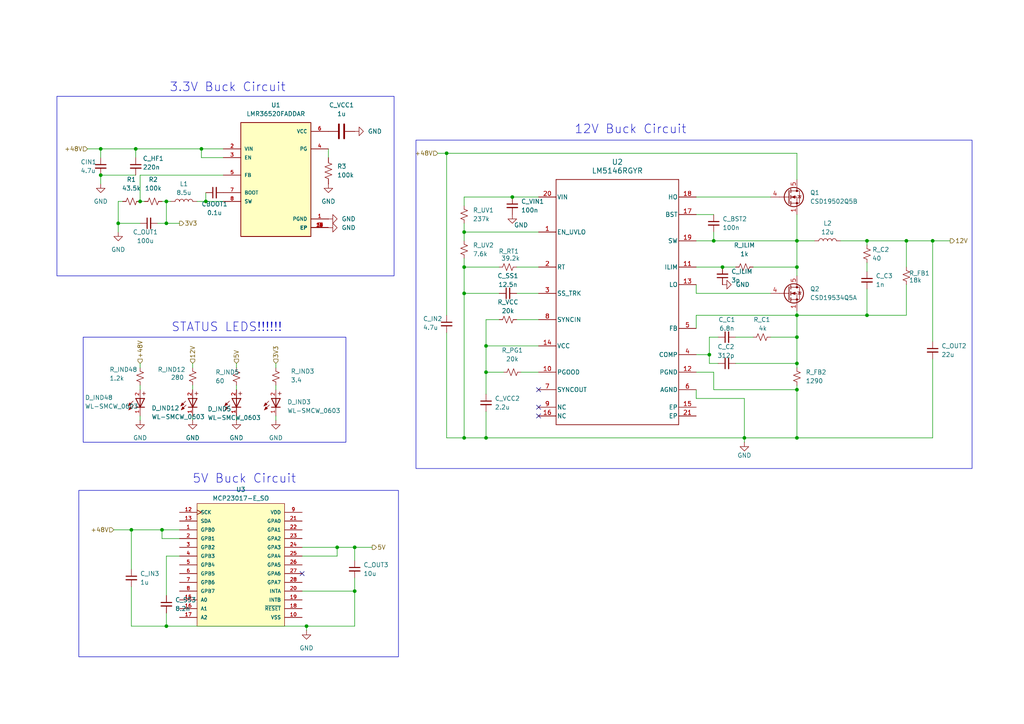
<source format=kicad_sch>
(kicad_sch (version 20231120) (generator "eeschema") (generator_version "8.0")
  (paper "A4")
  (lib_symbols
    (symbol "Device:C" (pin_numbers hide) (pin_names (offset 0.254))
      (property "Reference" "C" (at 0.635 2.54 0))
      (property "Value" "C" (at 0.635 -2.54 0))
      (symbol "C_0_1"
        (polyline (pts (xy -2.032 -0.762) (xy 2.032 -0.762)) (stroke (width 0.508)))
        (polyline (pts (xy -2.032 0.762) (xy 2.032 0.762)) (stroke (width 0.508)))
      )
      (symbol "C_1_1"
        (pin passive line (at 0 3.81 270) (length 2.794) (name "~") (number "1"))
        (pin passive line (at 0 -3.81 90) (length 2.794) (name "~") (number "2"))
      )
    )
    (symbol "Device:C_Small" (pin_numbers hide) (pin_names (offset 0.254) hide)
      (property "Reference" "C" (at 0.254 1.778 0))
      (property "Value" "C_Small" (at 0.254 -2.032 0))
      (symbol "C_Small_0_1"
        (polyline (pts (xy -1.524 -0.508) (xy 1.524 -0.508)) (stroke (width 0.3302)))
        (polyline (pts (xy -1.524 0.508) (xy 1.524 0.508)) (stroke (width 0.3048)))
      )
      (symbol "C_Small_1_1"
        (pin passive line (at 0 2.54 270) (length 2.032) (name "~") (number "1"))
        (pin passive line (at 0 -2.54 90) (length 2.032) (name "~") (number "2"))
      )
    )
    (symbol "Device:L" (pin_numbers hide) (pin_names (offset 1.016) hide)
      (property "Reference" "L" (at -1.27 0 90))
      (property "Value" "L" (at 1.905 0 90))
      (symbol "L_0_1"
        (arc (start 0 -2.54) (mid 0.6323 -1.905) (end 0 -1.27))
        (arc (start 0 -1.27) (mid 0.6323 -0.635) (end 0 0))
        (arc (start 0 0) (mid 0.6323 0.635) (end 0 1.27))
        (arc (start 0 1.27) (mid 0.6323 1.905) (end 0 2.54))
      )
      (symbol "L_1_1"
        (pin passive line (at 0 3.81 270) (length 1.27) (name "1") (number "1"))
        (pin passive line (at 0 -3.81 90) (length 1.27) (name "2") (number "2"))
      )
    )
    (symbol "Device:R_Small_US" (pin_numbers hide) (pin_names (offset 0.254) hide)
      (property "Reference" "R" (at 0.762 0.508 0))
      (property "Value" "R_Small_US" (at 0.762 -1.016 0))
      (symbol "R_Small_US_1_1"
        (polyline (pts (xy 0 0) (xy 1.016 -0.381) (xy 0 -0.762) (xy -1.016 -1.143) (xy 0 -1.524)))
        (polyline (pts (xy 0 1.524) (xy 1.016 1.143) (xy 0 0.762) (xy -1.016 0.381) (xy 0 0)))
        (pin passive line (at 0 2.54 270) (length 1.016) (name "~") (number "1"))
        (pin passive line (at 0 -2.54 90) (length 1.016) (name "~") (number "2"))
      )
    )
    (symbol "Device:R_US" (pin_numbers hide) (pin_names (offset 0))
      (property "Reference" "R" (at 2.54 0 90))
      (property "Value" "R_US" (at -2.54 0 90))
      (symbol "R_US_0_1"
        (polyline (pts (xy 0 -2.286) (xy 0 -2.54)))
        (polyline (pts (xy 0 2.286) (xy 0 2.54)))
        (polyline (pts (xy 0 -0.762) (xy 1.016 -1.143) (xy 0 -1.524) (xy -1.016 -1.905) (xy 0 -2.286)))
        (polyline (pts (xy 0 0.762) (xy 1.016 0.381) (xy 0 0) (xy -1.016 -0.381) (xy 0 -0.762)))
        (polyline (pts (xy 0 2.286) (xy 1.016 1.905) (xy 0 1.524) (xy -1.016 1.143) (xy 0 0.762)))
      )
      (symbol "R_US_1_1"
        (pin passive line (at 0 3.81 270) (length 1.27) (name "~") (number "1"))
        (pin passive line (at 0 -3.81 90) (length 1.27) (name "~") (number "2"))
      )
    )
    (symbol "LMR36520FADDAR:LMR36520FADDAR" (pin_names (offset 1.016))
      (property "Reference" "U" (at -10.16 16.002 0))
      (property "Value" "LMR36520FADDAR" (at -10.16 -18.542 0))
      (symbol "LMR36520FADDAR_0_0"
        (rectangle (start -10.16 -17.78) (end 10.16 15.24) (stroke (width 0.254)) (fill (type background)))
        (pin power_in line (at 15.24 -12.7 180) (length 5.08) (name "PGND") (number "1"))
        (pin power_in line (at 15.24 -15.24 180) (length 5.08) (name "EP") (number "10"))
        (pin power_in line (at 15.24 -15.24 180) (length 5.08) (name "EP") (number "11"))
        (pin power_in line (at 15.24 -15.24 180) (length 5.08) (name "EP") (number "12"))
        (pin power_in line (at 15.24 -15.24 180) (length 5.08) (name "EP") (number "13"))
        (pin power_in line (at 15.24 -15.24 180) (length 5.08) (name "EP") (number "14"))
        (pin power_in line (at 15.24 -15.24 180) (length 5.08) (name "EP") (number "15"))
        (pin input line (at -15.24 7.62 0) (length 5.08) (name "VIN") (number "2"))
        (pin input line (at -15.24 5.08 0) (length 5.08) (name "EN") (number "3"))
        (pin output line (at 15.24 7.62 180) (length 5.08) (name "PG") (number "4"))
        (pin input line (at -15.24 0 0) (length 5.08) (name "FB") (number "5"))
        (pin power_in line (at 15.24 12.7 180) (length 5.08) (name "VCC") (number "6"))
        (pin passive line (at -15.24 -5.08 0) (length 5.08) (name "BOOT") (number "7"))
        (pin passive line (at -15.24 -7.62 0) (length 5.08) (name "SW") (number "8"))
        (pin power_in line (at 15.24 -15.24 180) (length 5.08) (name "EP") (number "9"))
      )
    )
    (symbol "RGY0020B-MFG:LM5146RGYR" (pin_names (offset 0.254))
      (property "Reference" "U" (at 0 2.54 0))
      (property "Value" "LM5146RGYR" (at 0 0 0))
      (symbol "LM5146RGYR_0_1"
        (polyline (pts (xy 5.08 -66.04) (xy 40.64 -66.04)) (stroke (width 0.2032)))
        (polyline (pts (xy 5.08 5.08) (xy 5.08 -66.04)) (stroke (width 0.2032)))
        (polyline (pts (xy 40.64 -66.04) (xy 40.64 5.08)) (stroke (width 0.2032)))
        (polyline (pts (xy 40.64 5.08) (xy 5.08 5.08)) (stroke (width 0.2032)))
        (pin input line (at 0 -10.16 0) (length 5.08) (name "EN_UVLO") (number "1"))
        (pin open_collector line (at 0 -50.8 0) (length 5.08) (name "PGOOD") (number "10"))
        (pin unspecified line (at 45.72 -20.32 180) (length 5.08) (name "ILIM") (number "11"))
        (pin power_in line (at 45.72 -50.8 180) (length 5.08) (name "PGND") (number "12"))
        (pin unspecified line (at 45.72 -25.4 180) (length 5.08) (name "LO") (number "13"))
        (pin unspecified line (at 0 -43.18 0) (length 5.08) (name "VCC") (number "14"))
        (pin power_in line (at 45.72 -60.96 180) (length 5.08) (name "EP") (number "15"))
        (pin unspecified line (at 0 -63.5 0) (length 5.08) (name "NC") (number "16"))
        (pin unspecified line (at 45.72 -5.08 180) (length 5.08) (name "BST") (number "17"))
        (pin unspecified line (at 45.72 0 180) (length 5.08) (name "HO") (number "18"))
        (pin unspecified line (at 45.72 -12.7 180) (length 5.08) (name "SW") (number "19"))
        (pin unspecified line (at 0 -20.32 0) (length 5.08) (name "RT") (number "2"))
        (pin power_in line (at 0 0 0) (length 5.08) (name "VIN") (number "20"))
        (pin power_in line (at 45.72 -63.5 180) (length 5.08) (name "EP") (number "21"))
        (pin unspecified line (at 0 -27.94 0) (length 5.08) (name "SS_TRK") (number "3"))
        (pin unspecified line (at 45.72 -45.72 180) (length 5.08) (name "COMP") (number "4"))
        (pin unspecified line (at 45.72 -38.1 180) (length 5.08) (name "FB") (number "5"))
        (pin power_in line (at 45.72 -55.88 180) (length 5.08) (name "AGND") (number "6"))
        (pin output line (at 0 -55.88 0) (length 5.08) (name "SYNCOUT") (number "7"))
        (pin input line (at 0 -35.56 0) (length 5.08) (name "SYNCIN") (number "8"))
        (pin input line (at 0 -60.96 0) (length 5.08) (name "NC") (number "9"))
      )
    )
    (symbol "TPSM265R1V5SILR:TPSM265R1V5SILR" (pin_names (offset 1.016))
      (property "Reference" "U3" (at 0 19.304 0))
      (property "Value" "MCP23017-E_SO" (at 0 16.764 0))
      (symbol "TPSM265R1V5SILR_0_0"
        (rectangle (start -12.7 15.24) (end 12.7 -20.32) (stroke (width 0.1524)) (fill (type background)))
        (pin bidirectional line (at -17.78 7.62 0) (length 5.08) (name "GPB0") (number "1"))
        (pin power_in line (at 17.78 -17.78 180) (length 5.08) (name "VSS") (number "10"))
        (pin input clock (at -17.78 12.7 0) (length 5.08) (name "SCK") (number "12"))
        (pin bidirectional line (at -17.78 10.16 0) (length 5.08) (name "SDA") (number "13"))
        (pin input line (at -17.78 -12.7 0) (length 5.08) (name "A0") (number "15"))
        (pin input line (at -17.78 -15.24 0) (length 5.08) (name "A1") (number "16"))
        (pin input line (at -17.78 -17.78 0) (length 5.08) (name "A2") (number "17"))
        (pin output line (at 17.78 -15.24 180) (length 5.08) (name "~{RESET}") (number "18"))
        (pin output line (at 17.78 -12.7 180) (length 5.08) (name "INTB") (number "19"))
        (pin bidirectional line (at -17.78 5.08 0) (length 5.08) (name "GPB1") (number "2"))
        (pin output line (at 17.78 -10.16 180) (length 5.08) (name "INTA") (number "20"))
        (pin bidirectional line (at 17.78 10.16 180) (length 5.08) (name "GPA0") (number "21"))
        (pin bidirectional line (at 17.78 7.62 180) (length 5.08) (name "GPA1") (number "22"))
        (pin bidirectional line (at 17.78 5.08 180) (length 5.08) (name "GPA2") (number "23"))
        (pin bidirectional line (at 17.78 2.54 180) (length 5.08) (name "GPA3") (number "24"))
        (pin bidirectional line (at 17.78 0 180) (length 5.08) (name "GPA4") (number "25"))
        (pin bidirectional line (at 17.78 -2.54 180) (length 5.08) (name "GPA5") (number "26"))
        (pin bidirectional line (at 17.78 -5.08 180) (length 5.08) (name "GPA6") (number "27"))
        (pin bidirectional line (at 17.78 -7.62 180) (length 5.08) (name "GPA7") (number "28"))
        (pin bidirectional line (at -17.78 2.54 0) (length 5.08) (name "GPB2") (number "3"))
        (pin bidirectional line (at -17.78 0 0) (length 5.08) (name "GPB3") (number "4"))
        (pin bidirectional line (at -17.78 -2.54 0) (length 5.08) (name "GPB4") (number "5"))
        (pin bidirectional line (at -17.78 -5.08 0) (length 5.08) (name "GPB5") (number "6"))
        (pin bidirectional line (at -17.78 -7.62 0) (length 5.08) (name "GPB6") (number "7"))
        (pin bidirectional line (at -17.78 -10.16 0) (length 5.08) (name "GPB7") (number "8"))
        (pin power_in line (at 17.78 12.7 180) (length 5.08) (name "VDD") (number "9"))
      )
    )
    (symbol "Transistor_FET:CSD19502Q5B" (pin_names hide)
      (property "Reference" "Q" (at 5.08 1.905 0))
      (property "Value" "CSD19502Q5B" (at 5.08 0 0))
      (symbol "CSD19502Q5B_0_1"
        (polyline (pts (xy 0.254 0) (xy -2.54 0)))
        (polyline (pts (xy 0.254 1.905) (xy 0.254 -1.905)) (stroke (width 0.254)))
        (polyline (pts (xy 0.762 -1.27) (xy 0.762 -2.286)) (stroke (width 0.254)))
        (polyline (pts (xy 0.762 0.508) (xy 0.762 -0.508)) (stroke (width 0.254)))
        (polyline (pts (xy 0.762 2.286) (xy 0.762 1.27)) (stroke (width 0.254)))
        (polyline (pts (xy 2.54 2.54) (xy 2.54 1.778)))
        (polyline (pts (xy 2.54 -2.54) (xy 2.54 0) (xy 0.762 0)))
        (polyline (pts (xy 0.762 -1.778) (xy 3.302 -1.778) (xy 3.302 1.778) (xy 0.762 1.778)))
        (polyline (pts (xy 1.016 0) (xy 2.032 0.381) (xy 2.032 -0.381) (xy 1.016 0)) (fill (type outline)))
        (polyline (pts (xy 2.794 0.508) (xy 2.921 0.381) (xy 3.683 0.381) (xy 3.81 0.254)))
        (polyline (pts (xy 3.302 0.381) (xy 2.921 -0.254) (xy 3.683 -0.254) (xy 3.302 0.381)))
        (circle (center 1.651 0) (radius 2.794) (stroke (width 0.254)))
        (circle (center 2.54 -1.778) (radius 0.254) (fill (type outline)))
        (circle (center 2.54 1.778) (radius 0.254) (fill (type outline)))
      )
      (symbol "CSD19502Q5B_1_1"
        (pin passive line (at 2.54 -5.08 90) (length 2.54) (name "S") (number "1"))
        (pin passive line (at 2.54 -5.08 90) (length 2.54) hide (name "S") (number "2"))
        (pin passive line (at 2.54 -5.08 90) (length 2.54) hide (name "S") (number "3"))
        (pin passive line (at -5.08 0 0) (length 2.54) (name "G") (number "4"))
        (pin passive line (at 2.54 5.08 270) (length 2.54) (name "D") (number "5"))
      )
    )
    (symbol "Transistor_FET:CSD19534Q5A" (pin_names hide)
      (property "Reference" "Q" (at 5.08 1.905 0))
      (property "Value" "CSD19534Q5A" (at 5.08 0 0))
      (symbol "CSD19534Q5A_0_1"
        (polyline (pts (xy 0.254 0) (xy -2.54 0)))
        (polyline (pts (xy 0.254 1.905) (xy 0.254 -1.905)) (stroke (width 0.254)))
        (polyline (pts (xy 0.762 -1.27) (xy 0.762 -2.286)) (stroke (width 0.254)))
        (polyline (pts (xy 0.762 0.508) (xy 0.762 -0.508)) (stroke (width 0.254)))
        (polyline (pts (xy 0.762 2.286) (xy 0.762 1.27)) (stroke (width 0.254)))
        (polyline (pts (xy 2.54 2.54) (xy 2.54 1.778)))
        (polyline (pts (xy 2.54 -2.54) (xy 2.54 0) (xy 0.762 0)))
        (polyline (pts (xy 0.762 -1.778) (xy 3.302 -1.778) (xy 3.302 1.778) (xy 0.762 1.778)))
        (polyline (pts (xy 1.016 0) (xy 2.032 0.381) (xy 2.032 -0.381) (xy 1.016 0)) (fill (type outline)))
        (polyline (pts (xy 2.794 0.508) (xy 2.921 0.381) (xy 3.683 0.381) (xy 3.81 0.254)))
        (polyline (pts (xy 3.302 0.381) (xy 2.921 -0.254) (xy 3.683 -0.254) (xy 3.302 0.381)))
        (circle (center 1.651 0) (radius 2.794) (stroke (width 0.254)))
        (circle (center 2.54 -1.778) (radius 0.254) (fill (type outline)))
        (circle (center 2.54 1.778) (radius 0.254) (fill (type outline)))
      )
      (symbol "CSD19534Q5A_1_1"
        (pin passive line (at 2.54 -5.08 90) (length 2.54) (name "S") (number "1"))
        (pin passive line (at 2.54 -5.08 90) (length 2.54) hide (name "S") (number "2"))
        (pin passive line (at 2.54 -5.08 90) (length 2.54) hide (name "S") (number "3"))
        (pin passive line (at -5.08 0 0) (length 2.54) (name "G") (number "4"))
        (pin passive line (at 2.54 5.08 270) (length 2.54) (name "D") (number "5"))
      )
    )
    (symbol "WL-SMCW_0603:WL-SMCW_0603" (pin_names (offset 1.016))
      (property "Reference" "D" (at -1.988 3.972 0))
      (property "Value" "WL-SMCW_0603" (at -2.628 -3.928 0))
      (symbol "WL-SMCW_0603_0_0"
        (polyline (pts (xy 0 -1.27) (xy 0 0)) (stroke (width 0.254)))
        (polyline (pts (xy 0 0) (xy 0 1.27)) (stroke (width 0.254)))
        (polyline (pts (xy 0 0) (xy 2.54 0)) (stroke (width 0.254)))
        (polyline (pts (xy 0 0) (xy 2.54 1.27)) (stroke (width 0.254)))
        (polyline (pts (xy 0.635 1.905) (xy -0.762 3.302)) (stroke (width 0.1524)))
        (polyline (pts (xy 1.778 2.032) (xy 0.381 3.429)) (stroke (width 0.1524)))
        (polyline (pts (xy 2.54 -1.27) (xy 0 0)) (stroke (width 0.254)))
        (polyline (pts (xy 2.54 -1.27) (xy 2.54 0)) (stroke (width 0.254)))
        (polyline (pts (xy 2.54 0) (xy 2.54 1.27)) (stroke (width 0.254)))
        (polyline (pts (xy -0.762 3.302) (xy 0.127 2.921) (xy -0.381 2.413) (xy -0.762 3.302)) (stroke (width 0.1524)) (fill (type outline)))
        (polyline (pts (xy 0.381 3.429) (xy 1.27 3.048) (xy 0.762 2.54) (xy 0.381 3.429)) (stroke (width 0.1524)) (fill (type outline)))
        (text "+" (at 3.08 -1.74 0) (effects (font (size 1.27 1.27)) (justify left bottom)))
        (pin passive line (at -2.54 0 0) (length 2.54) (name "~") (number "1"))
        (pin passive line (at 5.08 0 180) (length 2.54) (name "~") (number "2"))
      )
    )
    (symbol "power:GND" (power) (pin_numbers hide) (pin_names (offset 0) hide)
      (property "Value" "GND" (at 0 -3.81 0))
      (symbol "GND_0_1"
        (polyline (pts (xy 0 0) (xy 0 -1.27) (xy 1.27 -1.27) (xy 0 -2.54) (xy -1.27 -1.27) (xy 0 -1.27)))
      )
      (symbol "GND_1_1"
        (pin power_in line (at 0 0 270) (length 0) (name "~") (number "1"))
      )
    )
  )
  (junction (at 209.55 77.47))
  (junction (at 262.89 69.85))
  (junction (at 48.26 58.42))
  (junction (at 251.46 91.44))
  (junction (at 207.01 69.85))
  (junction (at 46.99 153.67))
  (junction (at 231.14 113.03))
  (junction (at 231.14 77.47))
  (junction (at 102.87 171.45))
  (junction (at 140.97 100.33))
  (junction (at 97.79 158.75))
  (junction (at 40.64 58.42))
  (junction (at 29.21 50.8))
  (junction (at 140.97 127))
  (junction (at 59.69 58.42))
  (junction (at 148.59 57.15))
  (junction (at 34.29 64.77))
  (junction (at 88.9 181.61))
  (junction (at 129.54 44.45))
  (junction (at 134.62 85.09))
  (junction (at 231.14 127))
  (junction (at 270.51 69.85))
  (junction (at 231.14 97.79))
  (junction (at 48.26 64.77))
  (junction (at 29.21 43.18))
  (junction (at 205.74 102.87))
  (junction (at 48.26 181.61))
  (junction (at 102.87 158.75))
  (junction (at 251.46 69.85))
  (junction (at 215.9 127))
  (junction (at 134.62 67.31))
  (junction (at 58.42 43.18))
  (junction (at 39.37 43.18))
  (junction (at 38.1 153.67))
  (junction (at 140.97 107.95))
  (junction (at 231.14 105.41))
  (junction (at 134.62 127))
  (junction (at 231.14 69.85))
  (junction (at 231.14 91.44))
  (junction (at 134.62 77.47))
  (no_connect (at 156.21 113.03))
  (no_connect (at 87.63 166.37))
  (no_connect (at 156.21 120.65))
  (no_connect (at 156.21 118.11))
  (wire (pts (xy 40.64 120.65) (xy 40.64 121.92)))
  (wire (pts (xy 134.62 67.31) (xy 134.62 69.85)))
  (wire (pts (xy 231.14 97.79) (xy 231.14 105.41)))
  (wire (pts (xy 134.62 74.93) (xy 134.62 77.47)))
  (wire (pts (xy 231.14 91.44) (xy 251.46 91.44)))
  (wire (pts (xy 140.97 100.33) (xy 156.21 100.33)))
  (wire (pts (xy 48.26 58.42) (xy 46.99 58.42)))
  (wire (pts (xy 58.42 45.72) (xy 64.77 45.72)))
  (wire (pts (xy 201.93 102.87) (xy 205.74 102.87)))
  (wire (pts (xy 45.72 64.77) (xy 48.26 64.77)))
  (wire (pts (xy 38.1 181.61) (xy 48.26 181.61)))
  (wire (pts (xy 134.62 57.15) (xy 134.62 59.69)))
  (wire (pts (xy 102.87 171.45) (xy 102.87 181.61)))
  (wire (pts (xy 201.93 115.57) (xy 201.93 113.03)))
  (wire (pts (xy 231.14 62.23) (xy 231.14 69.85)))
  (wire (pts (xy 213.36 97.79) (xy 218.44 97.79)))
  (wire (pts (xy 102.87 167.64) (xy 102.87 171.45)))
  (wire (pts (xy 68.58 111.76) (xy 68.58 113.03)))
  (wire (pts (xy 52.07 156.21) (xy 46.99 156.21)))
  (wire (pts (xy 97.79 161.29) (xy 97.79 158.75)))
  (wire (pts (xy 129.54 96.52) (xy 129.54 127)))
  (wire (pts (xy 41.91 58.42) (xy 40.64 58.42)))
  (wire (pts (xy 97.79 158.75) (xy 102.87 158.75)))
  (wire (pts (xy 80.01 120.65) (xy 80.01 121.92)))
  (wire (pts (xy 270.51 127) (xy 270.51 104.14)))
  (wire (pts (xy 129.54 44.45) (xy 231.14 44.45)))
  (wire (pts (xy 262.89 77.47) (xy 262.89 69.85)))
  (wire (pts (xy 134.62 85.09) (xy 134.62 127)))
  (wire (pts (xy 34.29 58.42) (xy 35.56 58.42)))
  (wire (pts (xy 262.89 91.44) (xy 262.89 82.55)))
  (wire (pts (xy 80.01 105.41) (xy 80.01 106.68)))
  (wire (pts (xy 201.93 62.23) (xy 207.01 62.23)))
  (wire (pts (xy 46.99 156.21) (xy 46.99 153.67)))
  (wire (pts (xy 201.93 85.09) (xy 201.93 82.55)))
  (wire (pts (xy 48.26 177.8) (xy 48.26 181.61)))
  (wire (pts (xy 29.21 45.72) (xy 29.21 43.18)))
  (wire (pts (xy 48.26 181.61) (xy 88.9 181.61)))
  (wire (pts (xy 270.51 69.85) (xy 275.59 69.85)))
  (wire (pts (xy 144.78 92.71) (xy 140.97 92.71)))
  (wire (pts (xy 251.46 83.82) (xy 251.46 91.44)))
  (wire (pts (xy 213.36 105.41) (xy 231.14 105.41)))
  (wire (pts (xy 87.63 171.45) (xy 102.87 171.45)))
  (wire (pts (xy 201.93 115.57) (xy 215.9 115.57)))
  (wire (pts (xy 52.07 64.77) (xy 48.26 64.77)))
  (wire (pts (xy 223.52 97.79) (xy 231.14 97.79)))
  (wire (pts (xy 146.05 107.95) (xy 140.97 107.95)))
  (wire (pts (xy 218.44 77.47) (xy 231.14 77.47)))
  (wire (pts (xy 48.26 161.29) (xy 48.26 172.72)))
  (wire (pts (xy 55.88 111.76) (xy 55.88 113.03)))
  (wire (pts (xy 270.51 69.85) (xy 270.51 99.06)))
  (wire (pts (xy 55.88 120.65) (xy 55.88 121.92)))
  (wire (pts (xy 88.9 181.61) (xy 102.87 181.61)))
  (wire (pts (xy 215.9 127) (xy 215.9 128.27)))
  (wire (pts (xy 140.97 92.71) (xy 140.97 100.33)))
  (wire (pts (xy 55.88 105.41) (xy 55.88 106.68)))
  (wire (pts (xy 134.62 67.31) (xy 156.21 67.31)))
  (wire (pts (xy 29.21 50.8) (xy 29.21 53.34)))
  (wire (pts (xy 34.29 67.31) (xy 34.29 64.77)))
  (wire (pts (xy 208.28 97.79) (xy 205.74 97.79)))
  (wire (pts (xy 207.01 113.03) (xy 231.14 113.03)))
  (wire (pts (xy 236.22 69.85) (xy 231.14 69.85)))
  (wire (pts (xy 231.14 127) (xy 270.51 127)))
  (wire (pts (xy 52.07 161.29) (xy 48.26 161.29)))
  (wire (pts (xy 148.59 57.15) (xy 156.21 57.15)))
  (wire (pts (xy 215.9 115.57) (xy 215.9 127)))
  (wire (pts (xy 34.29 64.77) (xy 34.29 58.42)))
  (wire (pts (xy 58.42 43.18) (xy 64.77 43.18)))
  (wire (pts (xy 201.93 91.44) (xy 231.14 91.44)))
  (wire (pts (xy 207.01 67.31) (xy 207.01 69.85)))
  (wire (pts (xy 209.55 77.47) (xy 213.36 77.47)))
  (wire (pts (xy 251.46 69.85) (xy 262.89 69.85)))
  (wire (pts (xy 80.01 111.76) (xy 80.01 113.03)))
  (wire (pts (xy 231.14 44.45) (xy 231.14 52.07)))
  (wire (pts (xy 59.69 58.42) (xy 59.69 55.88)))
  (wire (pts (xy 231.14 113.03) (xy 231.14 127)))
  (wire (pts (xy 25.4 43.18) (xy 29.21 43.18)))
  (wire (pts (xy 207.01 69.85) (xy 231.14 69.85)))
  (wire (pts (xy 201.93 85.09) (xy 223.52 85.09)))
  (wire (pts (xy 29.21 50.8) (xy 39.37 50.8)))
  (wire (pts (xy 231.14 69.85) (xy 231.14 77.47)))
  (wire (pts (xy 46.99 153.67) (xy 52.07 153.67)))
  (wire (pts (xy 205.74 97.79) (xy 205.74 102.87)))
  (wire (pts (xy 134.62 77.47) (xy 134.62 85.09)))
  (wire (pts (xy 59.69 58.42) (xy 64.77 58.42)))
  (wire (pts (xy 140.97 119.38) (xy 140.97 127)))
  (wire (pts (xy 87.63 158.75) (xy 97.79 158.75)))
  (wire (pts (xy 231.14 105.41) (xy 231.14 106.68)))
  (wire (pts (xy 39.37 43.18) (xy 58.42 43.18)))
  (wire (pts (xy 129.54 127) (xy 134.62 127)))
  (wire (pts (xy 49.53 58.42) (xy 48.26 58.42)))
  (wire (pts (xy 40.64 105.41) (xy 40.64 106.68)))
  (wire (pts (xy 149.86 92.71) (xy 156.21 92.71)))
  (wire (pts (xy 201.93 69.85) (xy 207.01 69.85)))
  (wire (pts (xy 127 44.45) (xy 129.54 44.45)))
  (wire (pts (xy 251.46 69.85) (xy 251.46 71.12)))
  (wire (pts (xy 40.64 58.42) (xy 40.64 50.8)))
  (wire (pts (xy 231.14 91.44) (xy 231.14 97.79)))
  (wire (pts (xy 205.74 102.87) (xy 205.74 105.41)))
  (wire (pts (xy 151.13 107.95) (xy 156.21 107.95)))
  (wire (pts (xy 140.97 127) (xy 215.9 127)))
  (wire (pts (xy 87.63 161.29) (xy 97.79 161.29)))
  (wire (pts (xy 207.01 113.03) (xy 207.01 107.95)))
  (wire (pts (xy 134.62 85.09) (xy 144.78 85.09)))
  (wire (pts (xy 57.15 58.42) (xy 59.69 58.42)))
  (wire (pts (xy 140.97 107.95) (xy 140.97 114.3)))
  (wire (pts (xy 231.14 111.76) (xy 231.14 113.03)))
  (wire (pts (xy 58.42 43.18) (xy 58.42 45.72)))
  (wire (pts (xy 205.74 105.41) (xy 208.28 105.41)))
  (wire (pts (xy 243.84 69.85) (xy 251.46 69.85)))
  (wire (pts (xy 201.93 91.44) (xy 201.93 95.25)))
  (wire (pts (xy 40.64 50.8) (xy 64.77 50.8)))
  (wire (pts (xy 231.14 127) (xy 215.9 127)))
  (wire (pts (xy 34.29 64.77) (xy 40.64 64.77)))
  (wire (pts (xy 140.97 107.95) (xy 140.97 100.33)))
  (wire (pts (xy 68.58 120.65) (xy 68.58 121.92)))
  (wire (pts (xy 38.1 153.67) (xy 46.99 153.67)))
  (wire (pts (xy 134.62 64.77) (xy 134.62 67.31)))
  (wire (pts (xy 129.54 44.45) (xy 129.54 91.44)))
  (wire (pts (xy 201.93 57.15) (xy 223.52 57.15)))
  (wire (pts (xy 134.62 77.47) (xy 144.78 77.47)))
  (wire (pts (xy 38.1 165.1) (xy 38.1 153.67)))
  (wire (pts (xy 201.93 77.47) (xy 209.55 77.47)))
  (wire (pts (xy 231.14 80.01) (xy 231.14 77.47)))
  (wire (pts (xy 88.9 181.61) (xy 88.9 182.88)))
  (wire (pts (xy 262.89 69.85) (xy 270.51 69.85)))
  (wire (pts (xy 134.62 57.15) (xy 148.59 57.15)))
  (wire (pts (xy 33.02 153.67) (xy 38.1 153.67)))
  (wire (pts (xy 134.62 127) (xy 140.97 127)))
  (wire (pts (xy 39.37 45.72) (xy 39.37 43.18)))
  (wire (pts (xy 68.58 105.41) (xy 68.58 106.68)))
  (wire (pts (xy 95.25 43.18) (xy 95.25 45.72)))
  (wire (pts (xy 40.64 111.76) (xy 40.64 113.03)))
  (wire (pts (xy 102.87 158.75) (xy 102.87 162.56)))
  (wire (pts (xy 48.26 58.42) (xy 48.26 64.77)))
  (wire (pts (xy 149.86 77.47) (xy 156.21 77.47)))
  (wire (pts (xy 251.46 76.2) (xy 251.46 78.74)))
  (wire (pts (xy 102.87 158.75) (xy 107.95 158.75)))
  (wire (pts (xy 251.46 91.44) (xy 262.89 91.44)))
  (wire (pts (xy 231.14 90.17) (xy 231.14 91.44)))
  (wire (pts (xy 149.86 85.09) (xy 156.21 85.09)))
  (wire (pts (xy 29.21 43.18) (xy 39.37 43.18)))
  (wire (pts (xy 207.01 107.95) (xy 201.93 107.95)))
  (wire (pts (xy 38.1 181.61) (xy 38.1 170.18)))
  (rectangle (start 22.86 142.24) (end 115.57 190.5))
  (rectangle (start 120.65 40.64) (end 281.94 135.89))
  (rectangle (start 24.13 97.79) (end 100.33 128.27))
  (rectangle (start 16.51 27.94) (end 114.3 80.01))
  (text "12V Buck Circuit" (at 182.88 37.592 0) (effects (font (size 2.54 2.54))))
  (text "STATUS LEDS!!!!!!" (at 65.786 94.996 0) (effects (font (size 2.54 2.54))))
  (text "3.3V Buck Circuit" (exclude_from_sim yes) (at 66.04 25.4 0) (effects (font (size 2.54 2.54))))
  (text "5V Buck Circuit" (at 70.866 138.938 0) (effects (font (size 2.54 2.54))))
  (hierarchical_label "12V" (shape input) (at 55.88 105.41 90))
  (hierarchical_label "+48V" (shape input) (at 127 44.45 180) (property "Value" "48" (effects (hide yes))))
  (hierarchical_label "+48V" (shape input) (at 40.64 105.41 90) (property "48V" "48" (effects (hide yes))))
  (hierarchical_label "+48V" (shape input) (at 25.4 43.18 180) (property "48V" "48" (effects (hide yes))))
  (hierarchical_label "12V" (shape output) (at 275.59 69.85 0))
  (hierarchical_label "3V3" (shape input) (at 80.01 105.41 90))
  (hierarchical_label "5V" (shape input) (at 68.58 105.41 90))
  (hierarchical_label "+48V" (shape input) (at 33.02 153.67 180) (property "48V" "48" (effects (hide yes))))
  (hierarchical_label "3V3" (shape output) (at 52.07 64.77 0))
  (hierarchical_label "5V" (shape output) (at 107.95 158.75 0))
  (symbol (lib_id "WL-SMCW_0603:WL-SMCW_0603") (at 55.88 118.11 90) (unit 1)
    (property "Reference" "D_IND12" (at 43.942 118.364 90) (effects (justify right)))
    (property "Value" "WL-SMCW_0603" (at 43.942 120.904 90) (effects (justify right)))
    (property "Footprint" "WL-SMCW_0603:WL-SMCW_0603" (effects (hide yes)))
  )
  (symbol (lib_id "Transistor_FET:CSD19502Q5B") (at 228.6 57.15 0) (unit 1)
    (property "Reference" "Q1" (at 234.95 55.8799 0) (effects (justify left)))
    (property "Value" "CSD19502Q5B" (at 234.95 58.4199 0) (effects (justify left)))
    (property "Footprint" "Package_TO_SOT_SMD:TDSON-8-1" (effects (hide yes)))
    (property "Datasheet" "http://www.ti.com/lit/gpn/csd19502q5b" (effects (hide yes)))
    (property "Description" "100A Id, 80V Vds, NexFET N-Channel Power MOSFET, 4.1mOhm Ron, 48nC Qg(typ), SON8 5x6mm" (effects (hide yes)))
  )
  (symbol (lib_id "RGY0020B-MFG:LM5146RGYR") (at 156.21 57.15 0) (unit 1)
    (property "Reference" "U2" (at 179.07 46.99 0) (effects (font (size 1.524 1.524))))
    (property "Value" "LM5146RGYR" (at 179.07 49.53 0) (effects (font (size 1.524 1.524))))
    (property "Footprint" "RGY0020B-MFG" (effects (hide yes)))
    (property "Datasheet" "LM5146RGYR" (effects (hide yes)))
  )
  (symbol (lib_id "Device:C_Small") (at 251.46 81.28 0) (unit 1)
    (property "Reference" "C_C3" (at 254 80.0162 0) (effects (justify left)))
    (property "Value" "1n" (at 254 82.5562 0) (effects (justify left)))
    (property "Description" "Unpolarized capacitor, small symbol" (effects (hide yes)))
  )
  (symbol (lib_id "Device:R_Small_US") (at 147.32 77.47 90) (unit 1)
    (property "Reference" "R_RT1" (at 147.574 72.898 90))
    (property "Value" "39.2k" (at 148.082 74.93 90))
    (property "Description" "Resistor, small US symbol" (effects (hide yes)))
  )
  (symbol (lib_id "Transistor_FET:CSD19534Q5A") (at 228.6 85.09 0) (unit 1)
    (property "Reference" "Q2" (at 234.95 83.8199 0) (effects (justify left)))
    (property "Value" "CSD19534Q5A" (at 234.95 86.3599 0) (effects (justify left)))
    (property "Footprint" "Package_TO_SOT_SMD:TDSON-8-1" (effects (hide yes)))
    (property "Datasheet" "http://www.ti.com/lit/gpn/csd19534q5a" (effects (hide yes)))
    (property "Description" "50A Id, 100V Vds, NexFET N-Channel Power MOSFET, 15.1mOhm Ron, 17nC Qg(typ), SON8 5x6mm" (effects (hide yes)))
  )
  (symbol (lib_id "Device:R_Small_US") (at 231.14 109.22 0) (unit 1)
    (property "Reference" "R_FB2" (at 233.68 107.9499 0) (effects (justify left)))
    (property "Value" "1290" (at 233.68 110.4899 0) (effects (justify left)))
    (property "Description" "Resistor, small US symbol" (effects (hide yes)))
  )
  (symbol (lib_id "Device:R_Small_US") (at 262.89 80.01 0) (unit 1)
    (property "Reference" "R_FB1" (at 263.652 79.248 0) (effects (justify left)))
    (property "Value" "18k" (at 263.652 81.28 0) (effects (justify left)))
    (property "Description" "Resistor, small US symbol" (effects (hide yes)))
  )
  (symbol (lib_id "Device:C_Small") (at 39.37 48.26 0) (unit 1)
    (property "Reference" "C_HF1" (at 41.402 45.974 0) (effects (justify left)))
    (property "Value" "220n" (at 41.402 48.514 0) (effects (justify left)))
    (property "Description" "Unpolarized capacitor, small symbol" (effects (hide yes)))
  )
  (symbol (lib_id "Device:C_Small") (at 209.55 80.01 180) (unit 1)
    (property "Reference" "C_ILIM" (at 212.09 78.7335 0) (effects (justify right)))
    (property "Value" "3p" (at 212.09 81.2735 0) (effects (justify right)))
    (property "Description" "Unpolarized capacitor, small symbol" (effects (hide yes)))
  )
  (symbol (lib_id "Device:R_Small_US") (at 80.01 109.22 0) (unit 1)
    (property "Reference" "R_IND3" (at 84.328 107.696 0) (effects (justify left)))
    (property "Value" "3.4" (at 84.328 110.236 0) (effects (justify left)))
    (property "Description" "Resistor, small US symbol" (effects (hide yes)))
  )
  (symbol (lib_id "Device:C_Small") (at 210.82 97.79 90) (unit 1)
    (property "Reference" "C_C1" (at 210.82 92.71 90))
    (property "Value" "6.8n" (at 210.82 95.25 90))
    (property "Description" "Unpolarized capacitor, small symbol" (effects (hide yes)))
  )
  (symbol (lib_id "Device:R_Small_US") (at 251.46 73.66 0) (unit 1)
    (property "Reference" "R_C2" (at 252.984 72.39 0) (effects (justify left)))
    (property "Value" "40" (at 252.984 74.93 0) (effects (justify left)))
    (property "Description" "Resistor, small US symbol" (effects (hide yes)))
  )
  (symbol (lib_id "power:GND") (at 88.9 182.88 0) (unit 1)
    (property "Reference" "#PWR029" (effects (hide yes)))
    (property "Value" "GND" (at 88.9 187.96 0))
    (property "Description" "Power symbol creates a global label with name \"GND\" , ground" (effects (hide yes)))
  )
  (symbol (lib_id "Device:R_Small_US") (at 134.62 62.23 0) (unit 1)
    (property "Reference" "R_UV1" (at 137.16 60.9599 0) (effects (justify left)))
    (property "Value" "237k" (at 137.16 63.4999 0) (effects (justify left)))
    (property "Description" "Resistor, small US symbol" (effects (hide yes)))
  )
  (symbol (lib_id "Device:C_Small") (at 102.87 165.1 0) (unit 1)
    (property "Reference" "C_OUT3" (at 105.41 163.8362 0) (effects (justify left)))
    (property "Value" "10u" (at 105.41 166.3762 0) (effects (justify left)))
    (property "Description" "Unpolarized capacitor, small symbol" (effects (hide yes)))
  )
  (symbol (lib_id "Device:C_Small") (at 48.26 175.26 0) (unit 1)
    (property "Reference" "C_SS3" (at 50.8 173.9962 0) (effects (justify left)))
    (property "Value" "8.2n" (at 50.8 176.5362 0) (effects (justify left)))
    (property "Description" "Unpolarized capacitor, small symbol" (effects (hide yes)))
  )
  (symbol (lib_id "power:GND") (at 34.29 67.31 0) (unit 1)
    (property "Reference" "#PWR03" (effects (hide yes)))
    (property "Value" "GND" (at 34.29 72.39 0))
    (property "Description" "Power symbol creates a global label with name \"GND\" , ground" (effects (hide yes)))
  )
  (symbol (lib_id "Device:C") (at 99.06 38.1 90) (unit 1)
    (property "Reference" "C_VCC1" (at 99.06 30.48 90))
    (property "Value" "1u" (at 99.06 33.02 90))
    (property "Description" "Unpolarized capacitor" (effects (hide yes)))
  )
  (symbol (lib_id "WL-SMCW_0603:WL-SMCW_0603") (at 68.58 118.11 90) (unit 1)
    (property "Reference" "D_IND5" (at 60.198 118.618 90) (effects (justify right)))
    (property "Value" "WL-SMCW_0603" (at 60.198 121.158 90) (effects (justify right)))
    (property "Footprint" "WL-SMCW_0603:WL-SMCW_0603" (effects (hide yes)))
  )
  (symbol (lib_id "Device:R_Small_US") (at 148.59 107.95 90) (unit 1)
    (property "Reference" "R_PG1" (at 148.59 101.6 90))
    (property "Value" "20k" (at 148.59 104.14 90))
    (property "Description" "Resistor, small US symbol" (effects (hide yes)))
  )
  (symbol (lib_id "Device:C_Small") (at 129.54 93.98 0) (unit 1)
    (property "Reference" "C_IN2" (at 122.682 92.456 0) (effects (justify left)))
    (property "Value" "4.7u" (at 122.682 94.996 0) (effects (justify left)))
    (property "Description" "Unpolarized capacitor, small symbol" (effects (hide yes)))
  )
  (symbol (lib_id "power:GND") (at 29.21 53.34 0) (unit 1)
    (property "Reference" "#PWR02" (effects (hide yes)))
    (property "Value" "GND" (at 29.21 58.42 0))
    (property "Description" "Power symbol creates a global label with name \"GND\" , ground" (effects (hide yes)))
  )
  (symbol (lib_id "power:GND") (at 95.25 66.04 90) (unit 1)
    (property "Reference" "#PWR06" (effects (hide yes)))
    (property "Value" "GND" (at 99.06 66.0399 90) (effects (justify right)))
    (property "Description" "Power symbol creates a global label with name \"GND\" , ground" (effects (hide yes)))
  )
  (symbol (lib_id "Device:C_Small") (at 270.51 101.6 0) (unit 1)
    (property "Reference" "C_OUT2" (at 273.05 100.3362 0) (effects (justify left)))
    (property "Value" "22u" (at 273.05 102.8762 0) (effects (justify left)))
    (property "Description" "Unpolarized capacitor, small symbol" (effects (hide yes)))
  )
  (symbol (lib_id "Device:R_Small_US") (at 68.58 109.22 0) (unit 1)
    (property "Reference" "R_IND5" (at 62.484 107.95 0) (effects (justify left)))
    (property "Value" "60" (at 62.484 110.49 0) (effects (justify left)))
    (property "Description" "Resistor, small US symbol" (effects (hide yes)))
  )
  (symbol (lib_id "Device:C_Small") (at 140.97 116.84 0) (unit 1)
    (property "Reference" "C_VCC2" (at 143.51 115.5762 0) (effects (justify left)))
    (property "Value" "2.2u" (at 143.51 118.1162 0) (effects (justify left)))
    (property "Description" "Unpolarized capacitor, small symbol" (effects (hide yes)))
  )
  (symbol (lib_id "Device:R_Small_US") (at 220.98 97.79 90) (unit 1)
    (property "Reference" "R_C1" (at 220.98 92.71 90))
    (property "Value" "4k" (at 221.234 95.25 90))
    (property "Description" "Resistor, small US symbol" (effects (hide yes)))
  )
  (symbol (lib_id "power:GND") (at 80.01 121.92 0) (unit 1)
    (property "Reference" "#PWR038" (effects (hide yes)))
    (property "Value" "GND" (at 80.01 127 0))
    (property "Description" "Power symbol creates a global label with name \"GND\" , ground" (effects (hide yes)))
  )
  (symbol (lib_id "Device:R_US") (at 95.25 49.53 180) (unit 1)
    (property "Reference" "R3" (at 97.79 48.2599 0) (effects (justify right)))
    (property "Value" "100k" (at 97.79 50.7999 0) (effects (justify right)))
    (property "Description" "Resistor, US symbol" (effects (hide yes)))
  )
  (symbol (lib_id "LMR36520FADDAR:LMR36520FADDAR") (at 80.01 50.8 0) (unit 1)
    (property "Reference" "U1" (at 80.01 30.48 0))
    (property "Value" "LMR36520FADDAR" (at 80.01 33.02 0))
    (property "Footprint" "LMR36520FADDAR:IC_LMR36520FADDAR" (effects (hide yes)))
    (property "MF" "Texas Instruments" (effects (hide yes)))
    (property "MAXIMUM_PACKAGE_HEIGHT" "1.7mm" (effects (hide yes)))
    (property "Package" "HSOIC-8 Texas Instruments" (effects (hide yes)))
    (property "Price" "None" (effects (hide yes)))
    (property "Check_prices" "https://www.snapeda.com/parts/LMR36520FADDAR/Texas+Instruments/view-part/?ref=eda" (effects (hide yes)))
    (property "STANDARD" "Manufacturer Recommendations" (effects (hide yes)))
    (property "PARTREV" "B" (effects (hide yes)))
    (property "SnapEDA_Link" "https://www.snapeda.com/parts/LMR36520FADDAR/Texas+Instruments/view-part/?ref=snap" (effects (hide yes)))
    (property "MP" "LMR36520FADDAR" (effects (hide yes)))
    (property "Purchase-URL" "https://www.snapeda.com/api/url_track_click_mouser/?unipart_id=4800551&manufacturer=Texas Instruments&part_name=LMR36520FADDAR&search_term=lmr36520" (effects (hide yes)))
    (property "Description_1" "\nSIMPLE SWITCHER&reg; 4.2-V to 65-V, 2-A synchronous step-down converter with 26-uA IQ\n" (effects (hide yes)))
    (property "Availability" "In Stock" (effects (hide yes)))
    (property "MANUFACTURER" "Texas Instruments" (effects (hide yes)))
  )
  (symbol (lib_id "Device:C_Small") (at 29.21 48.26 0) (unit 1)
    (property "Reference" "CIN1" (at 23.368 46.99 0) (effects (justify left)))
    (property "Value" "4.7u" (at 23.368 49.53 0) (effects (justify left)))
    (property "Description" "Unpolarized capacitor, small symbol" (effects (hide yes)))
  )
  (symbol (lib_id "Device:C_Small") (at 207.01 64.77 0) (unit 1)
    (property "Reference" "C_BST2" (at 209.55 63.5062 0) (effects (justify left)))
    (property "Value" "100n" (at 209.55 66.0462 0) (effects (justify left)))
    (property "Description" "Unpolarized capacitor, small symbol" (effects (hide yes)))
  )
  (symbol (lib_id "Device:R_Small_US") (at 55.88 109.22 0) (unit 1)
    (property "Reference" "R_IND12" (at 45.72 107.188 0) (effects (justify left)))
    (property "Value" "280" (at 49.53 109.474 0) (effects (justify left)))
    (property "Description" "Resistor, small US symbol" (effects (hide yes)))
  )
  (symbol (lib_id "power:GND") (at 68.58 121.92 0) (unit 1)
    (property "Reference" "#PWR037" (effects (hide yes)))
    (property "Value" "GND" (at 68.58 127 0))
    (property "Description" "Power symbol creates a global label with name \"GND\" , ground" (effects (hide yes)))
  )
  (symbol (lib_id "Device:R_Small_US") (at 44.45 58.42 90) (unit 1)
    (property "Reference" "R2" (at 44.45 52.07 90))
    (property "Value" "100k" (at 44.45 54.61 90))
    (property "Description" "Resistor, small US symbol" (effects (hide yes)))
  )
  (symbol (lib_id "Device:R_Small_US") (at 147.32 92.71 270) (unit 1)
    (property "Reference" "R_VCC" (at 147.32 87.63 90))
    (property "Value" "20k" (at 147.32 90.17 90))
    (property "Description" "Resistor, small US symbol" (effects (hide yes)))
  )
  (symbol (lib_id "Device:C_Small") (at 147.32 85.09 90) (unit 1)
    (property "Reference" "C_SS1" (at 147.32 80.01 90))
    (property "Value" "12.5n" (at 147.32 82.55 90))
    (property "Description" "Unpolarized capacitor, small symbol" (effects (hide yes)))
  )
  (symbol (lib_id "Device:R_Small_US") (at 215.9 77.47 90) (unit 1)
    (property "Reference" "R_ILIM" (at 215.9 71.12 90))
    (property "Value" "1k" (at 215.9 73.66 90))
    (property "Description" "Resistor, small US symbol" (effects (hide yes)))
  )
  (symbol (lib_id "Device:R_Small_US") (at 38.1 58.42 90) (unit 1)
    (property "Reference" "R1" (at 38.1 52.07 90))
    (property "Value" "43.5k" (at 38.1 54.61 90))
    (property "Description" "Resistor, small US symbol" (effects (hide yes)))
  )
  (symbol (lib_id "Device:R_Small_US") (at 40.64 109.22 0) (unit 1)
    (property "Reference" "R_IND48" (at 31.75 107.188 0) (effects (justify left)))
    (property "Value" "1.2k" (at 31.75 109.728 0) (effects (justify left)))
    (property "Description" "Resistor, small US symbol" (effects (hide yes)))
  )
  (symbol (lib_id "power:GND") (at 102.87 38.1 90) (unit 1)
    (property "Reference" "#PWR07" (effects (hide yes)))
    (property "Value" "GND" (at 106.68 38.0999 90) (effects (justify right)))
    (property "Description" "Power symbol creates a global label with name \"GND\" , ground" (effects (hide yes)))
  )
  (symbol (lib_id "power:GND") (at 55.88 121.92 0) (unit 1)
    (property "Reference" "#PWR036" (effects (hide yes)))
    (property "Value" "GND" (at 55.88 127 0))
    (property "Description" "Power symbol creates a global label with name \"GND\" , ground" (effects (hide yes)))
  )
  (symbol (lib_id "Device:L") (at 53.34 58.42 90) (unit 1)
    (property "Reference" "L1" (at 53.34 53.34 90))
    (property "Value" "8.5u" (at 53.34 55.88 90))
    (property "Description" "Inductor" (effects (hide yes)))
  )
  (symbol (lib_id "Device:C_Small") (at 38.1 167.64 0) (unit 1)
    (property "Reference" "C_IN3" (at 40.64 166.3762 0) (effects (justify left)))
    (property "Value" "1u" (at 40.64 168.9162 0) (effects (justify left)))
    (property "Description" "Unpolarized capacitor, small symbol" (effects (hide yes)))
  )
  (symbol (lib_id "power:GND") (at 95.25 53.34 0) (unit 1)
    (property "Reference" "#PWR04" (effects (hide yes)))
    (property "Value" "GND" (at 95.25 58.42 0))
    (property "Description" "Power symbol creates a global label with name \"GND\" , ground" (effects (hide yes)))
  )
  (symbol (lib_id "power:GND") (at 95.25 63.5 90) (unit 1)
    (property "Reference" "#PWR05" (effects (hide yes)))
    (property "Value" "GND" (at 99.06 63.4999 90) (effects (justify right)))
    (property "Description" "Power symbol creates a global label with name \"GND\" , ground" (effects (hide yes)))
  )
  (symbol (lib_id "TPSM265R1V5SILR:TPSM265R1V5SILR") (at 69.85 161.29 0) (unit 1)
    (property "Reference" "U3" (at 69.85 141.986 0))
    (property "Value" "MCP23017-E_SO" (at 69.85 144.526 0))
    (property "Footprint" "MCP23017-E_SO:SOIC127P1030X265-28N" (effects (hide yes)))
    (property "PARTREV" "C" (effects (hide yes)))
    (property "MANUFACTURER" "Microchip" (effects (hide yes)))
    (property "MAXIMUM_PACKAGE_HEIGHT" "2.65mm" (effects (hide yes)))
    (property "STANDARD" "IPC 7351B" (effects (hide yes)))
    (property "E2_MAX" "0.0" (effects (hide yes)))
    (property "E1_MIN" "7.5" (effects (hide yes)))
    (property "B_NOM" "0.41" (effects (hide yes)))
    (property "E1_NOM" "7.5" (effects (hide yes)))
    (property "B_MAX" "0.51" (effects (hide yes)))
    (property "D2_MAX" "0.0" (effects (hide yes)))
    (property "ENOM" "1.27" (effects (hide yes)))
    (property "D_NOM" "17.9" (effects (hide yes)))
    (property "D_MAX" "17.9" (effects (hide yes)))
    (property "L_MAX" "1.27" (effects (hide yes)))
    (property "A_MAX" "2.65" (effects (hide yes)))
    (property "A_NOM" "2.65" (effects (hide yes)))
    (property "A_MIN" "2.65" (effects (hide yes)))
    (property "E_NOM" "10.3" (effects (hide yes)))
    (property "B_MIN" "0.31" (effects (hide yes)))
    (property "PIN_COUNT" "28.0" (effects (hide yes)))
    (property "L_NOM" "0.835" (effects (hide yes)))
    (property "A1_MIN" "0.1" (effects (hide yes)))
    (property "E1_MAX" "7.5" (effects (hide yes)))
    (property "E_MIN" "10.3" (effects (hide yes)))
    (property "D_MIN" "17.9" (effects (hide yes)))
    (property "L_MIN" "0.4" (effects (hide yes)))
    (property "E_MAX" "10.3" (effects (hide yes)))
  )
  (symbol (lib_id "Device:C_Small") (at 62.23 55.88 90) (unit 1)
    (property "Reference" "CBOOT1" (at 62.23 59.182 90))
    (property "Value" "0.1u" (at 62.23 61.722 90))
    (property "Description" "Unpolarized capacitor, small symbol" (effects (hide yes)))
  )
  (symbol (lib_id "Device:C_Small") (at 43.18 64.77 90) (unit 1)
    (property "Reference" "C_OUT1" (at 42.164 67.31 90))
    (property "Value" "100u" (at 42.164 69.85 90))
    (property "Description" "Unpolarized capacitor, small symbol" (effects (hide yes)))
  )
  (symbol (lib_id "Device:R_Small_US") (at 134.62 72.39 0) (unit 1)
    (property "Reference" "R_UV2" (at 137.16 71.1199 0) (effects (justify left)))
    (property "Value" "7.6k" (at 137.16 73.6599 0) (effects (justify left)))
    (property "Description" "Resistor, small US symbol" (effects (hide yes)))
  )
  (symbol (lib_id "power:GND") (at 209.55 82.55 90) (unit 1)
    (property "Reference" "#PWR026" (effects (hide yes)))
    (property "Value" "GND" (at 213.36 82.5499 90) (effects (justify right)))
    (property "Description" "Power symbol creates a global label with name \"GND\" , ground" (effects (hide yes)))
  )
  (symbol (lib_id "power:GND") (at 215.9 128.27 0) (unit 1)
    (property "Reference" "#PWR028" (effects (hide yes)))
    (property "Value" "GND" (at 215.9 132.08 0))
    (property "Description" "Power symbol creates a global label with name \"GND\" , ground" (effects (hide yes)))
  )
  (symbol (lib_id "power:GND") (at 148.59 62.23 0) (unit 1)
    (property "Reference" "#PWR027" (effects (hide yes)))
    (property "Value" "GND" (at 151.13 65.278 0))
    (property "Description" "Power symbol creates a global label with name \"GND\" , ground" (effects (hide yes)))
  )
  (symbol (lib_id "WL-SMCW_0603:WL-SMCW_0603") (at 80.01 118.11 90) (unit 1)
    (property "Reference" "D_IND3" (at 83.312 116.586 90) (effects (justify right)))
    (property "Value" "WL-SMCW_0603" (at 83.312 119.126 90) (effects (justify right)))
    (property "Footprint" "WL-SMCW_0603:WL-SMCW_0603" (effects (hide yes)))
  )
  (symbol (lib_id "Device:L") (at 240.03 69.85 90) (unit 1)
    (property "Reference" "L2" (at 240.03 64.77 90))
    (property "Value" "12u" (at 240.03 67.31 90))
    (property "Description" "Inductor" (effects (hide yes)))
  )
  (symbol (lib_id "Device:C_Small") (at 148.59 59.69 0) (unit 1)
    (property "Reference" "C_VIN1" (at 151.13 58.4262 0) (effects (justify left)))
    (property "Value" "100n" (at 151.13 60.9662 0) (effects (justify left)))
    (property "Description" "Unpolarized capacitor, small symbol" (effects (hide yes)))
  )
  (symbol (lib_id "Device:C_Small") (at 210.82 105.41 90) (unit 1)
    (property "Reference" "C_C2" (at 210.566 100.584 90))
    (property "Value" "312p" (at 210.566 103.124 90))
    (property "Description" "Unpolarized capacitor, small symbol" (effects (hide yes)))
  )
  (symbol (lib_id "power:GND") (at 40.64 121.92 0) (unit 1)
    (property "Reference" "#PWR034" (effects (hide yes)))
    (property "Value" "GND" (at 40.64 127 0))
    (property "Description" "Power symbol creates a global label with name \"GND\" , ground" (effects (hide yes)))
  )
  (symbol (lib_id "WL-SMCW_0603:WL-SMCW_0603") (at 40.64 118.11 90) (unit 1)
    (property "Reference" "D_IND48" (at 24.638 115.316 90) (effects (justify right)))
    (property "Value" "WL-SMCW_0603" (at 24.638 117.856 90) (effects (justify right)))
    (property "Footprint" "WL-SMCW_0603:WL-SMCW_0603" (effects (hide yes)))
  )
)
</source>
